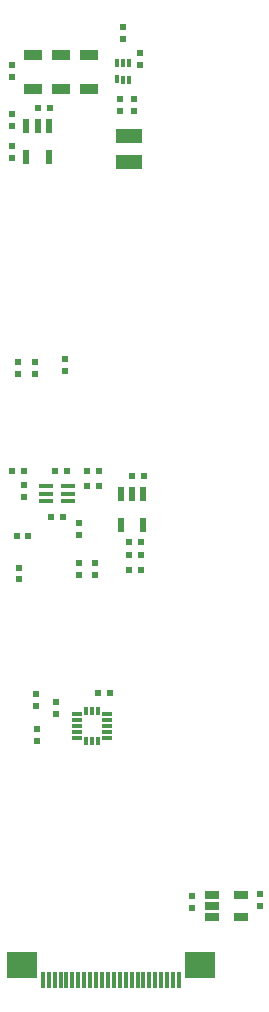
<source format=gbr>
%TF.GenerationSoftware,Altium Limited,Altium Designer,22.6.1 (34)*%
G04 Layer_Color=8421504*
%FSLAX45Y45*%
%MOMM*%
%TF.SameCoordinates,41C29604-6FBD-4392-AD62-CF0DA8D1722B*%
%TF.FilePolarity,Positive*%
%TF.FileFunction,Paste,Top*%
%TF.Part,CustomerPanel*%
G01*
G75*
%TA.AperFunction,SMDPad,CuDef*%
%ADD10R,0.62000X1.22000*%
%ADD11R,0.50000X0.60000*%
%ADD12R,0.60000X0.50000*%
%ADD13R,1.30000X0.40000*%
%ADD16R,1.60000X0.90000*%
%ADD17R,2.22000X1.24000*%
G04:AMPARAMS|DCode=18|XSize=0.71mm|YSize=0.35mm|CornerRadius=0.0875mm|HoleSize=0mm|Usage=FLASHONLY|Rotation=90.000|XOffset=0mm|YOffset=0mm|HoleType=Round|Shape=RoundedRectangle|*
%AMROUNDEDRECTD18*
21,1,0.71000,0.17500,0,0,90.0*
21,1,0.53501,0.35000,0,0,90.0*
1,1,0.17500,0.08750,0.26750*
1,1,0.17500,0.08750,-0.26750*
1,1,0.17500,-0.08750,-0.26750*
1,1,0.17500,-0.08750,0.26750*
%
%ADD18ROUNDEDRECTD18*%
%ADD20R,0.92500X0.30000*%
%ADD21R,0.30000X0.80000*%
%ADD22R,1.25000X0.70000*%
%ADD23R,2.64160X2.31140*%
%ADD24R,0.30480X1.39700*%
D10*
X1032138Y4157440D02*
D03*
X842138D02*
D03*
Y4419440D02*
D03*
X937137D02*
D03*
X1032138D02*
D03*
X234700Y7535100D02*
D03*
X139699D02*
D03*
X44700D02*
D03*
Y7273100D02*
D03*
X234700D02*
D03*
D11*
X1037938Y4569339D02*
D03*
X937938D02*
D03*
X557636Y4607439D02*
D03*
X657636D02*
D03*
X1012538Y4007364D02*
D03*
X912538D02*
D03*
Y3896239D02*
D03*
X1012538D02*
D03*
X912538Y3769239D02*
D03*
X1012538D02*
D03*
X252136Y4218939D02*
D03*
X352135D02*
D03*
X390241Y4607439D02*
D03*
X290241D02*
D03*
X21941D02*
D03*
X-78059D02*
D03*
X60838Y4061339D02*
D03*
X-39162D02*
D03*
X557637Y4484439D02*
D03*
X657636D02*
D03*
X240500Y7681900D02*
D03*
X140500D02*
D03*
X748500Y2730500D02*
D03*
X648500D02*
D03*
D12*
X625988Y3831939D02*
D03*
Y3731939D02*
D03*
X492638Y3831939D02*
D03*
Y3731939D02*
D03*
X-15362Y3693039D02*
D03*
Y3793039D02*
D03*
X492638Y4068487D02*
D03*
Y4168486D02*
D03*
X22738Y4392336D02*
D03*
Y4492336D02*
D03*
X114300Y5536400D02*
D03*
Y5436400D02*
D03*
X-25400Y5536400D02*
D03*
Y5436400D02*
D03*
X372982Y5461800D02*
D03*
Y5561800D02*
D03*
X-76200Y7946952D02*
D03*
Y8046952D02*
D03*
Y7631900D02*
D03*
Y7531900D02*
D03*
Y7265200D02*
D03*
Y7365200D02*
D03*
X838200Y7658900D02*
D03*
Y7758900D02*
D03*
X1003300Y8152600D02*
D03*
Y8052600D02*
D03*
X859292Y8267700D02*
D03*
Y8367700D02*
D03*
X952500Y7658900D02*
D03*
Y7758900D02*
D03*
X131999Y2424900D02*
D03*
Y2324900D02*
D03*
X126999Y2621546D02*
D03*
Y2721546D02*
D03*
X291661Y2657227D02*
D03*
Y2557227D02*
D03*
X1447800Y1014401D02*
D03*
Y914401D02*
D03*
X2019300Y1027901D02*
D03*
Y927901D02*
D03*
D13*
X393136Y4484439D02*
D03*
Y4354442D02*
D03*
X211638D02*
D03*
X393136Y4419440D02*
D03*
X211638D02*
D03*
Y4484439D02*
D03*
D16*
X341478Y8133788D02*
D03*
Y7843788D02*
D03*
X575113Y8131979D02*
D03*
Y7841979D02*
D03*
X101600Y8133300D02*
D03*
Y7843300D02*
D03*
D17*
X914400Y7231600D02*
D03*
Y7449600D02*
D03*
D18*
X909292Y7925600D02*
D03*
X859292D02*
D03*
X809292Y7926600D02*
D03*
Y8067600D02*
D03*
X859292D02*
D03*
X909292D02*
D03*
D20*
X469900Y2550300D02*
D03*
Y2500300D02*
D03*
Y2450300D02*
D03*
Y2400300D02*
D03*
Y2350300D02*
D03*
X729900D02*
D03*
Y2400300D02*
D03*
Y2450300D02*
D03*
Y2500300D02*
D03*
Y2550300D02*
D03*
D21*
X549900Y2322800D02*
D03*
X599900D02*
D03*
X649900D02*
D03*
Y2577800D02*
D03*
X599900D02*
D03*
X549900D02*
D03*
D22*
X1619900Y1022901D02*
D03*
Y927901D02*
D03*
Y832901D02*
D03*
X1859900D02*
D03*
Y1022901D02*
D03*
D23*
X1511300Y431801D02*
D03*
X7620D02*
D03*
D24*
X185420Y304801D02*
D03*
X233680D02*
D03*
X284480D02*
D03*
X335280D02*
D03*
X383540D02*
D03*
X434340D02*
D03*
X485140D02*
D03*
X533400D02*
D03*
X584200D02*
D03*
X635000D02*
D03*
X683260D02*
D03*
X734060D02*
D03*
X784860D02*
D03*
X835660D02*
D03*
X883920D02*
D03*
X934720D02*
D03*
X985520D02*
D03*
X1033780D02*
D03*
X1084580D02*
D03*
X1135380D02*
D03*
X1183640D02*
D03*
X1234440D02*
D03*
X1285240D02*
D03*
X1333500D02*
D03*
%TF.MD5,80a172f28643ee48249ea65af3dff1b9*%
M02*

</source>
